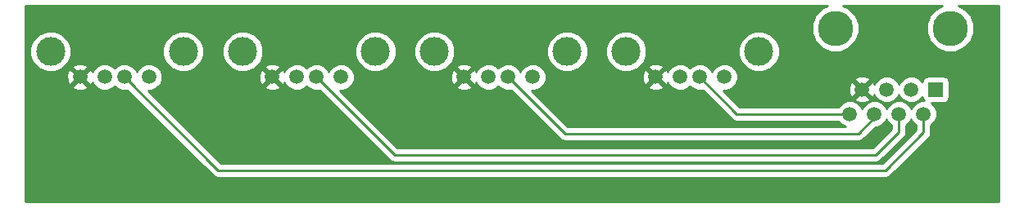
<source format=gbr>
G04 #@! TF.FileFunction,Copper,L1,Top,Signal*
%FSLAX46Y46*%
G04 Gerber Fmt 4.6, Leading zero omitted, Abs format (unit mm)*
G04 Created by KiCad (PCBNEW 4.0.7) date 12/08/18 15:09:25*
%MOMM*%
%LPD*%
G01*
G04 APERTURE LIST*
%ADD10C,0.100000*%
%ADD11C,1.500000*%
%ADD12C,3.000000*%
%ADD13C,3.650000*%
%ADD14R,1.500000X1.500000*%
%ADD15C,0.250000*%
%ADD16C,0.254000*%
G04 APERTURE END LIST*
D10*
D11*
X72549200Y-75524000D03*
X75089200Y-75524000D03*
X77119200Y-75524000D03*
X79659200Y-75524000D03*
D12*
X69499200Y-72854000D03*
X83219200Y-72854000D03*
D11*
X92412000Y-75524000D03*
X94952000Y-75524000D03*
X96982000Y-75524000D03*
X99522000Y-75524000D03*
D12*
X89362000Y-72854000D03*
X103082000Y-72854000D03*
D11*
X112224000Y-75524000D03*
X114764000Y-75524000D03*
X116794000Y-75524000D03*
X119334000Y-75524000D03*
D12*
X109174000Y-72854000D03*
X122894000Y-72854000D03*
D11*
X132036000Y-75524000D03*
X134576000Y-75524000D03*
X136606000Y-75524000D03*
X139146000Y-75524000D03*
D12*
X128986000Y-72854000D03*
X142706000Y-72854000D03*
D13*
X150620000Y-70450000D03*
X162490000Y-70450000D03*
D14*
X161000000Y-76800000D03*
D11*
X159730000Y-79340000D03*
X158460000Y-76800000D03*
X157190000Y-79340000D03*
X155920000Y-76800000D03*
X154650000Y-79340000D03*
X153380000Y-76800000D03*
X152110000Y-79340000D03*
D15*
X159730000Y-79340000D02*
X159730000Y-81270000D01*
X86795200Y-85200000D02*
X77119200Y-75524000D01*
X155800000Y-85200000D02*
X86795200Y-85200000D01*
X159730000Y-81270000D02*
X155800000Y-85200000D01*
X157190000Y-79340000D02*
X157190000Y-81210000D01*
X105058000Y-83600000D02*
X96982000Y-75524000D01*
X154800000Y-83600000D02*
X105058000Y-83600000D01*
X157190000Y-81210000D02*
X154800000Y-83600000D01*
X154650000Y-79340000D02*
X154650000Y-79750000D01*
X154650000Y-79750000D02*
X153000000Y-81400000D01*
X153000000Y-81400000D02*
X122670000Y-81400000D01*
X122670000Y-81400000D02*
X116794000Y-75524000D01*
X152110000Y-79340000D02*
X140422000Y-79340000D01*
X140422000Y-79340000D02*
X136606000Y-75524000D01*
D16*
G36*
X149228343Y-68363298D02*
X148535730Y-69054703D01*
X148160428Y-69958529D01*
X148159574Y-70937177D01*
X148533298Y-71841657D01*
X149224703Y-72534270D01*
X150128529Y-72909572D01*
X151107177Y-72910426D01*
X152011657Y-72536702D01*
X152704270Y-71845297D01*
X153079572Y-70941471D01*
X153080426Y-69962823D01*
X152706702Y-69058343D01*
X152015297Y-68365730D01*
X151440372Y-68127000D01*
X161670227Y-68127000D01*
X161098343Y-68363298D01*
X160405730Y-69054703D01*
X160030428Y-69958529D01*
X160029574Y-70937177D01*
X160403298Y-71841657D01*
X161094703Y-72534270D01*
X161998529Y-72909572D01*
X162977177Y-72910426D01*
X163881657Y-72536702D01*
X164574270Y-71845297D01*
X164949572Y-70941471D01*
X164950426Y-69962823D01*
X164576702Y-69058343D01*
X163885297Y-68365730D01*
X163310372Y-68127000D01*
X167473000Y-68127000D01*
X167473000Y-88473000D01*
X66927000Y-88473000D01*
X66927000Y-76495517D01*
X71757288Y-76495517D01*
X71825277Y-76736460D01*
X72344371Y-76921201D01*
X72894648Y-76893230D01*
X73273123Y-76736460D01*
X73341112Y-76495517D01*
X72549200Y-75703605D01*
X71757288Y-76495517D01*
X66927000Y-76495517D01*
X66927000Y-75319171D01*
X71151999Y-75319171D01*
X71179970Y-75869448D01*
X71336740Y-76247923D01*
X71577683Y-76315912D01*
X72369595Y-75524000D01*
X72728805Y-75524000D01*
X73520717Y-76315912D01*
X73761660Y-76247923D01*
X73820932Y-76081379D01*
X73914369Y-76307515D01*
X74303636Y-76697461D01*
X74812498Y-76908759D01*
X75363485Y-76909240D01*
X75872715Y-76698831D01*
X76104262Y-76467687D01*
X76333636Y-76697461D01*
X76842498Y-76908759D01*
X77393485Y-76909240D01*
X77419068Y-76898670D01*
X86257799Y-85737401D01*
X86504360Y-85902148D01*
X86552614Y-85911746D01*
X86795200Y-85960000D01*
X155800000Y-85960000D01*
X156090839Y-85902148D01*
X156337401Y-85737401D01*
X160267401Y-81807401D01*
X160432148Y-81560840D01*
X160490000Y-81270000D01*
X160490000Y-80524547D01*
X160513515Y-80514831D01*
X160903461Y-80125564D01*
X161114759Y-79616702D01*
X161115240Y-79065715D01*
X160904831Y-78556485D01*
X160546411Y-78197440D01*
X161750000Y-78197440D01*
X161985317Y-78153162D01*
X162201441Y-78014090D01*
X162346431Y-77801890D01*
X162397440Y-77550000D01*
X162397440Y-76050000D01*
X162353162Y-75814683D01*
X162214090Y-75598559D01*
X162001890Y-75453569D01*
X161750000Y-75402560D01*
X160250000Y-75402560D01*
X160014683Y-75446838D01*
X159798559Y-75585910D01*
X159653569Y-75798110D01*
X159613645Y-75995262D01*
X159245564Y-75626539D01*
X158736702Y-75415241D01*
X158185715Y-75414760D01*
X157676485Y-75625169D01*
X157286539Y-76014436D01*
X157190024Y-76246870D01*
X157094831Y-76016485D01*
X156705564Y-75626539D01*
X156196702Y-75415241D01*
X155645715Y-75414760D01*
X155136485Y-75625169D01*
X154746539Y-76014436D01*
X154656623Y-76230979D01*
X154592460Y-76076077D01*
X154351517Y-76008088D01*
X153559605Y-76800000D01*
X154351517Y-77591912D01*
X154592460Y-77523923D01*
X154651732Y-77357379D01*
X154745169Y-77583515D01*
X155134436Y-77973461D01*
X155643298Y-78184759D01*
X156194285Y-78185240D01*
X156703515Y-77974831D01*
X157093461Y-77585564D01*
X157189976Y-77353130D01*
X157285169Y-77583515D01*
X157674436Y-77973461D01*
X158183298Y-78184759D01*
X158734285Y-78185240D01*
X159243515Y-77974831D01*
X159613080Y-77605909D01*
X159646838Y-77785317D01*
X159756040Y-77955022D01*
X159455715Y-77954760D01*
X158946485Y-78165169D01*
X158556539Y-78554436D01*
X158460024Y-78786870D01*
X158364831Y-78556485D01*
X157975564Y-78166539D01*
X157466702Y-77955241D01*
X156915715Y-77954760D01*
X156406485Y-78165169D01*
X156016539Y-78554436D01*
X155920024Y-78786870D01*
X155824831Y-78556485D01*
X155435564Y-78166539D01*
X154926702Y-77955241D01*
X154375715Y-77954760D01*
X153866485Y-78165169D01*
X153476539Y-78554436D01*
X153380024Y-78786870D01*
X153284831Y-78556485D01*
X152895564Y-78166539D01*
X152386702Y-77955241D01*
X151835715Y-77954760D01*
X151326485Y-78165169D01*
X150936539Y-78554436D01*
X150925924Y-78580000D01*
X140736802Y-78580000D01*
X139928319Y-77771517D01*
X152588088Y-77771517D01*
X152656077Y-78012460D01*
X153175171Y-78197201D01*
X153725448Y-78169230D01*
X154103923Y-78012460D01*
X154171912Y-77771517D01*
X153380000Y-76979605D01*
X152588088Y-77771517D01*
X139928319Y-77771517D01*
X139065732Y-76908930D01*
X139420285Y-76909240D01*
X139929515Y-76698831D01*
X140033355Y-76595171D01*
X151982799Y-76595171D01*
X152010770Y-77145448D01*
X152167540Y-77523923D01*
X152408483Y-77591912D01*
X153200395Y-76800000D01*
X152408483Y-76008088D01*
X152167540Y-76076077D01*
X151982799Y-76595171D01*
X140033355Y-76595171D01*
X140319461Y-76309564D01*
X140519223Y-75828483D01*
X152588088Y-75828483D01*
X153380000Y-76620395D01*
X154171912Y-75828483D01*
X154103923Y-75587540D01*
X153584829Y-75402799D01*
X153034552Y-75430770D01*
X152656077Y-75587540D01*
X152588088Y-75828483D01*
X140519223Y-75828483D01*
X140530759Y-75800702D01*
X140531240Y-75249715D01*
X140320831Y-74740485D01*
X139931564Y-74350539D01*
X139422702Y-74139241D01*
X138871715Y-74138760D01*
X138362485Y-74349169D01*
X137972539Y-74738436D01*
X137876024Y-74970870D01*
X137780831Y-74740485D01*
X137391564Y-74350539D01*
X136882702Y-74139241D01*
X136331715Y-74138760D01*
X135822485Y-74349169D01*
X135590938Y-74580313D01*
X135361564Y-74350539D01*
X134852702Y-74139241D01*
X134301715Y-74138760D01*
X133792485Y-74349169D01*
X133402539Y-74738436D01*
X133312623Y-74954979D01*
X133248460Y-74800077D01*
X133007517Y-74732088D01*
X132215605Y-75524000D01*
X133007517Y-76315912D01*
X133248460Y-76247923D01*
X133307732Y-76081379D01*
X133401169Y-76307515D01*
X133790436Y-76697461D01*
X134299298Y-76908759D01*
X134850285Y-76909240D01*
X135359515Y-76698831D01*
X135591062Y-76467687D01*
X135820436Y-76697461D01*
X136329298Y-76908759D01*
X136880285Y-76909240D01*
X136905868Y-76898670D01*
X139884599Y-79877401D01*
X140131161Y-80042148D01*
X140422000Y-80100000D01*
X150925453Y-80100000D01*
X150935169Y-80123515D01*
X151324436Y-80513461D01*
X151629176Y-80640000D01*
X122984802Y-80640000D01*
X119253732Y-76908930D01*
X119608285Y-76909240D01*
X120117515Y-76698831D01*
X120321183Y-76495517D01*
X131244088Y-76495517D01*
X131312077Y-76736460D01*
X131831171Y-76921201D01*
X132381448Y-76893230D01*
X132759923Y-76736460D01*
X132827912Y-76495517D01*
X132036000Y-75703605D01*
X131244088Y-76495517D01*
X120321183Y-76495517D01*
X120507461Y-76309564D01*
X120718759Y-75800702D01*
X120719179Y-75319171D01*
X130638799Y-75319171D01*
X130666770Y-75869448D01*
X130823540Y-76247923D01*
X131064483Y-76315912D01*
X131856395Y-75524000D01*
X131064483Y-74732088D01*
X130823540Y-74800077D01*
X130638799Y-75319171D01*
X120719179Y-75319171D01*
X120719240Y-75249715D01*
X120508831Y-74740485D01*
X120119564Y-74350539D01*
X119610702Y-74139241D01*
X119059715Y-74138760D01*
X118550485Y-74349169D01*
X118160539Y-74738436D01*
X118064024Y-74970870D01*
X117968831Y-74740485D01*
X117579564Y-74350539D01*
X117070702Y-74139241D01*
X116519715Y-74138760D01*
X116010485Y-74349169D01*
X115778938Y-74580313D01*
X115549564Y-74350539D01*
X115040702Y-74139241D01*
X114489715Y-74138760D01*
X113980485Y-74349169D01*
X113590539Y-74738436D01*
X113500623Y-74954979D01*
X113436460Y-74800077D01*
X113195517Y-74732088D01*
X112403605Y-75524000D01*
X113195517Y-76315912D01*
X113436460Y-76247923D01*
X113495732Y-76081379D01*
X113589169Y-76307515D01*
X113978436Y-76697461D01*
X114487298Y-76908759D01*
X115038285Y-76909240D01*
X115547515Y-76698831D01*
X115779062Y-76467687D01*
X116008436Y-76697461D01*
X116517298Y-76908759D01*
X117068285Y-76909240D01*
X117093868Y-76898670D01*
X122132599Y-81937401D01*
X122379161Y-82102148D01*
X122670000Y-82160000D01*
X153000000Y-82160000D01*
X153290839Y-82102148D01*
X153537401Y-81937401D01*
X154749714Y-80725088D01*
X154924285Y-80725240D01*
X155433515Y-80514831D01*
X155823461Y-80125564D01*
X155919976Y-79893130D01*
X156015169Y-80123515D01*
X156404436Y-80513461D01*
X156430000Y-80524076D01*
X156430000Y-80895198D01*
X154485198Y-82840000D01*
X105372802Y-82840000D01*
X99441732Y-76908930D01*
X99796285Y-76909240D01*
X100305515Y-76698831D01*
X100509183Y-76495517D01*
X111432088Y-76495517D01*
X111500077Y-76736460D01*
X112019171Y-76921201D01*
X112569448Y-76893230D01*
X112947923Y-76736460D01*
X113015912Y-76495517D01*
X112224000Y-75703605D01*
X111432088Y-76495517D01*
X100509183Y-76495517D01*
X100695461Y-76309564D01*
X100906759Y-75800702D01*
X100907179Y-75319171D01*
X110826799Y-75319171D01*
X110854770Y-75869448D01*
X111011540Y-76247923D01*
X111252483Y-76315912D01*
X112044395Y-75524000D01*
X111252483Y-74732088D01*
X111011540Y-74800077D01*
X110826799Y-75319171D01*
X100907179Y-75319171D01*
X100907240Y-75249715D01*
X100696831Y-74740485D01*
X100307564Y-74350539D01*
X99798702Y-74139241D01*
X99247715Y-74138760D01*
X98738485Y-74349169D01*
X98348539Y-74738436D01*
X98252024Y-74970870D01*
X98156831Y-74740485D01*
X97767564Y-74350539D01*
X97258702Y-74139241D01*
X96707715Y-74138760D01*
X96198485Y-74349169D01*
X95966938Y-74580313D01*
X95737564Y-74350539D01*
X95228702Y-74139241D01*
X94677715Y-74138760D01*
X94168485Y-74349169D01*
X93778539Y-74738436D01*
X93688623Y-74954979D01*
X93624460Y-74800077D01*
X93383517Y-74732088D01*
X92591605Y-75524000D01*
X93383517Y-76315912D01*
X93624460Y-76247923D01*
X93683732Y-76081379D01*
X93777169Y-76307515D01*
X94166436Y-76697461D01*
X94675298Y-76908759D01*
X95226285Y-76909240D01*
X95735515Y-76698831D01*
X95967062Y-76467687D01*
X96196436Y-76697461D01*
X96705298Y-76908759D01*
X97256285Y-76909240D01*
X97281868Y-76898670D01*
X104520599Y-84137401D01*
X104767161Y-84302148D01*
X105058000Y-84360000D01*
X154800000Y-84360000D01*
X155090839Y-84302148D01*
X155337401Y-84137401D01*
X157727401Y-81747401D01*
X157892148Y-81500840D01*
X157912206Y-81400000D01*
X157950000Y-81210000D01*
X157950000Y-80524547D01*
X157973515Y-80514831D01*
X158363461Y-80125564D01*
X158459976Y-79893130D01*
X158555169Y-80123515D01*
X158944436Y-80513461D01*
X158970000Y-80524076D01*
X158970000Y-80955198D01*
X155485198Y-84440000D01*
X87110002Y-84440000D01*
X79578932Y-76908930D01*
X79933485Y-76909240D01*
X80442715Y-76698831D01*
X80646383Y-76495517D01*
X91620088Y-76495517D01*
X91688077Y-76736460D01*
X92207171Y-76921201D01*
X92757448Y-76893230D01*
X93135923Y-76736460D01*
X93203912Y-76495517D01*
X92412000Y-75703605D01*
X91620088Y-76495517D01*
X80646383Y-76495517D01*
X80832661Y-76309564D01*
X81043959Y-75800702D01*
X81044379Y-75319171D01*
X91014799Y-75319171D01*
X91042770Y-75869448D01*
X91199540Y-76247923D01*
X91440483Y-76315912D01*
X92232395Y-75524000D01*
X91440483Y-74732088D01*
X91199540Y-74800077D01*
X91014799Y-75319171D01*
X81044379Y-75319171D01*
X81044440Y-75249715D01*
X80834031Y-74740485D01*
X80444764Y-74350539D01*
X79935902Y-74139241D01*
X79384915Y-74138760D01*
X78875685Y-74349169D01*
X78485739Y-74738436D01*
X78389224Y-74970870D01*
X78294031Y-74740485D01*
X77904764Y-74350539D01*
X77395902Y-74139241D01*
X76844915Y-74138760D01*
X76335685Y-74349169D01*
X76104138Y-74580313D01*
X75874764Y-74350539D01*
X75365902Y-74139241D01*
X74814915Y-74138760D01*
X74305685Y-74349169D01*
X73915739Y-74738436D01*
X73825823Y-74954979D01*
X73761660Y-74800077D01*
X73520717Y-74732088D01*
X72728805Y-75524000D01*
X72369595Y-75524000D01*
X71577683Y-74732088D01*
X71336740Y-74800077D01*
X71151999Y-75319171D01*
X66927000Y-75319171D01*
X66927000Y-73276815D01*
X67363830Y-73276815D01*
X67688180Y-74061800D01*
X68288241Y-74662909D01*
X69072659Y-74988628D01*
X69922015Y-74989370D01*
X70707000Y-74665020D01*
X70819733Y-74552483D01*
X71757288Y-74552483D01*
X72549200Y-75344395D01*
X73341112Y-74552483D01*
X73273123Y-74311540D01*
X72754029Y-74126799D01*
X72203752Y-74154770D01*
X71825277Y-74311540D01*
X71757288Y-74552483D01*
X70819733Y-74552483D01*
X71308109Y-74064959D01*
X71633828Y-73280541D01*
X71633831Y-73276815D01*
X81083830Y-73276815D01*
X81408180Y-74061800D01*
X82008241Y-74662909D01*
X82792659Y-74988628D01*
X83642015Y-74989370D01*
X84427000Y-74665020D01*
X85028109Y-74064959D01*
X85353828Y-73280541D01*
X85353831Y-73276815D01*
X87226630Y-73276815D01*
X87550980Y-74061800D01*
X88151041Y-74662909D01*
X88935459Y-74988628D01*
X89784815Y-74989370D01*
X90569800Y-74665020D01*
X90682533Y-74552483D01*
X91620088Y-74552483D01*
X92412000Y-75344395D01*
X93203912Y-74552483D01*
X93135923Y-74311540D01*
X92616829Y-74126799D01*
X92066552Y-74154770D01*
X91688077Y-74311540D01*
X91620088Y-74552483D01*
X90682533Y-74552483D01*
X91170909Y-74064959D01*
X91496628Y-73280541D01*
X91496631Y-73276815D01*
X100946630Y-73276815D01*
X101270980Y-74061800D01*
X101871041Y-74662909D01*
X102655459Y-74988628D01*
X103504815Y-74989370D01*
X104289800Y-74665020D01*
X104890909Y-74064959D01*
X105216628Y-73280541D01*
X105216631Y-73276815D01*
X107038630Y-73276815D01*
X107362980Y-74061800D01*
X107963041Y-74662909D01*
X108747459Y-74988628D01*
X109596815Y-74989370D01*
X110381800Y-74665020D01*
X110494533Y-74552483D01*
X111432088Y-74552483D01*
X112224000Y-75344395D01*
X113015912Y-74552483D01*
X112947923Y-74311540D01*
X112428829Y-74126799D01*
X111878552Y-74154770D01*
X111500077Y-74311540D01*
X111432088Y-74552483D01*
X110494533Y-74552483D01*
X110982909Y-74064959D01*
X111308628Y-73280541D01*
X111308631Y-73276815D01*
X120758630Y-73276815D01*
X121082980Y-74061800D01*
X121683041Y-74662909D01*
X122467459Y-74988628D01*
X123316815Y-74989370D01*
X124101800Y-74665020D01*
X124702909Y-74064959D01*
X125028628Y-73280541D01*
X125028631Y-73276815D01*
X126850630Y-73276815D01*
X127174980Y-74061800D01*
X127775041Y-74662909D01*
X128559459Y-74988628D01*
X129408815Y-74989370D01*
X130193800Y-74665020D01*
X130306533Y-74552483D01*
X131244088Y-74552483D01*
X132036000Y-75344395D01*
X132827912Y-74552483D01*
X132759923Y-74311540D01*
X132240829Y-74126799D01*
X131690552Y-74154770D01*
X131312077Y-74311540D01*
X131244088Y-74552483D01*
X130306533Y-74552483D01*
X130794909Y-74064959D01*
X131120628Y-73280541D01*
X131120631Y-73276815D01*
X140570630Y-73276815D01*
X140894980Y-74061800D01*
X141495041Y-74662909D01*
X142279459Y-74988628D01*
X143128815Y-74989370D01*
X143913800Y-74665020D01*
X144514909Y-74064959D01*
X144840628Y-73280541D01*
X144841370Y-72431185D01*
X144517020Y-71646200D01*
X143916959Y-71045091D01*
X143132541Y-70719372D01*
X142283185Y-70718630D01*
X141498200Y-71042980D01*
X140897091Y-71643041D01*
X140571372Y-72427459D01*
X140570630Y-73276815D01*
X131120631Y-73276815D01*
X131121370Y-72431185D01*
X130797020Y-71646200D01*
X130196959Y-71045091D01*
X129412541Y-70719372D01*
X128563185Y-70718630D01*
X127778200Y-71042980D01*
X127177091Y-71643041D01*
X126851372Y-72427459D01*
X126850630Y-73276815D01*
X125028631Y-73276815D01*
X125029370Y-72431185D01*
X124705020Y-71646200D01*
X124104959Y-71045091D01*
X123320541Y-70719372D01*
X122471185Y-70718630D01*
X121686200Y-71042980D01*
X121085091Y-71643041D01*
X120759372Y-72427459D01*
X120758630Y-73276815D01*
X111308631Y-73276815D01*
X111309370Y-72431185D01*
X110985020Y-71646200D01*
X110384959Y-71045091D01*
X109600541Y-70719372D01*
X108751185Y-70718630D01*
X107966200Y-71042980D01*
X107365091Y-71643041D01*
X107039372Y-72427459D01*
X107038630Y-73276815D01*
X105216631Y-73276815D01*
X105217370Y-72431185D01*
X104893020Y-71646200D01*
X104292959Y-71045091D01*
X103508541Y-70719372D01*
X102659185Y-70718630D01*
X101874200Y-71042980D01*
X101273091Y-71643041D01*
X100947372Y-72427459D01*
X100946630Y-73276815D01*
X91496631Y-73276815D01*
X91497370Y-72431185D01*
X91173020Y-71646200D01*
X90572959Y-71045091D01*
X89788541Y-70719372D01*
X88939185Y-70718630D01*
X88154200Y-71042980D01*
X87553091Y-71643041D01*
X87227372Y-72427459D01*
X87226630Y-73276815D01*
X85353831Y-73276815D01*
X85354570Y-72431185D01*
X85030220Y-71646200D01*
X84430159Y-71045091D01*
X83645741Y-70719372D01*
X82796385Y-70718630D01*
X82011400Y-71042980D01*
X81410291Y-71643041D01*
X81084572Y-72427459D01*
X81083830Y-73276815D01*
X71633831Y-73276815D01*
X71634570Y-72431185D01*
X71310220Y-71646200D01*
X70710159Y-71045091D01*
X69925741Y-70719372D01*
X69076385Y-70718630D01*
X68291400Y-71042980D01*
X67690291Y-71643041D01*
X67364572Y-72427459D01*
X67363830Y-73276815D01*
X66927000Y-73276815D01*
X66927000Y-68127000D01*
X149800227Y-68127000D01*
X149228343Y-68363298D01*
X149228343Y-68363298D01*
G37*
X149228343Y-68363298D02*
X148535730Y-69054703D01*
X148160428Y-69958529D01*
X148159574Y-70937177D01*
X148533298Y-71841657D01*
X149224703Y-72534270D01*
X150128529Y-72909572D01*
X151107177Y-72910426D01*
X152011657Y-72536702D01*
X152704270Y-71845297D01*
X153079572Y-70941471D01*
X153080426Y-69962823D01*
X152706702Y-69058343D01*
X152015297Y-68365730D01*
X151440372Y-68127000D01*
X161670227Y-68127000D01*
X161098343Y-68363298D01*
X160405730Y-69054703D01*
X160030428Y-69958529D01*
X160029574Y-70937177D01*
X160403298Y-71841657D01*
X161094703Y-72534270D01*
X161998529Y-72909572D01*
X162977177Y-72910426D01*
X163881657Y-72536702D01*
X164574270Y-71845297D01*
X164949572Y-70941471D01*
X164950426Y-69962823D01*
X164576702Y-69058343D01*
X163885297Y-68365730D01*
X163310372Y-68127000D01*
X167473000Y-68127000D01*
X167473000Y-88473000D01*
X66927000Y-88473000D01*
X66927000Y-76495517D01*
X71757288Y-76495517D01*
X71825277Y-76736460D01*
X72344371Y-76921201D01*
X72894648Y-76893230D01*
X73273123Y-76736460D01*
X73341112Y-76495517D01*
X72549200Y-75703605D01*
X71757288Y-76495517D01*
X66927000Y-76495517D01*
X66927000Y-75319171D01*
X71151999Y-75319171D01*
X71179970Y-75869448D01*
X71336740Y-76247923D01*
X71577683Y-76315912D01*
X72369595Y-75524000D01*
X72728805Y-75524000D01*
X73520717Y-76315912D01*
X73761660Y-76247923D01*
X73820932Y-76081379D01*
X73914369Y-76307515D01*
X74303636Y-76697461D01*
X74812498Y-76908759D01*
X75363485Y-76909240D01*
X75872715Y-76698831D01*
X76104262Y-76467687D01*
X76333636Y-76697461D01*
X76842498Y-76908759D01*
X77393485Y-76909240D01*
X77419068Y-76898670D01*
X86257799Y-85737401D01*
X86504360Y-85902148D01*
X86552614Y-85911746D01*
X86795200Y-85960000D01*
X155800000Y-85960000D01*
X156090839Y-85902148D01*
X156337401Y-85737401D01*
X160267401Y-81807401D01*
X160432148Y-81560840D01*
X160490000Y-81270000D01*
X160490000Y-80524547D01*
X160513515Y-80514831D01*
X160903461Y-80125564D01*
X161114759Y-79616702D01*
X161115240Y-79065715D01*
X160904831Y-78556485D01*
X160546411Y-78197440D01*
X161750000Y-78197440D01*
X161985317Y-78153162D01*
X162201441Y-78014090D01*
X162346431Y-77801890D01*
X162397440Y-77550000D01*
X162397440Y-76050000D01*
X162353162Y-75814683D01*
X162214090Y-75598559D01*
X162001890Y-75453569D01*
X161750000Y-75402560D01*
X160250000Y-75402560D01*
X160014683Y-75446838D01*
X159798559Y-75585910D01*
X159653569Y-75798110D01*
X159613645Y-75995262D01*
X159245564Y-75626539D01*
X158736702Y-75415241D01*
X158185715Y-75414760D01*
X157676485Y-75625169D01*
X157286539Y-76014436D01*
X157190024Y-76246870D01*
X157094831Y-76016485D01*
X156705564Y-75626539D01*
X156196702Y-75415241D01*
X155645715Y-75414760D01*
X155136485Y-75625169D01*
X154746539Y-76014436D01*
X154656623Y-76230979D01*
X154592460Y-76076077D01*
X154351517Y-76008088D01*
X153559605Y-76800000D01*
X154351517Y-77591912D01*
X154592460Y-77523923D01*
X154651732Y-77357379D01*
X154745169Y-77583515D01*
X155134436Y-77973461D01*
X155643298Y-78184759D01*
X156194285Y-78185240D01*
X156703515Y-77974831D01*
X157093461Y-77585564D01*
X157189976Y-77353130D01*
X157285169Y-77583515D01*
X157674436Y-77973461D01*
X158183298Y-78184759D01*
X158734285Y-78185240D01*
X159243515Y-77974831D01*
X159613080Y-77605909D01*
X159646838Y-77785317D01*
X159756040Y-77955022D01*
X159455715Y-77954760D01*
X158946485Y-78165169D01*
X158556539Y-78554436D01*
X158460024Y-78786870D01*
X158364831Y-78556485D01*
X157975564Y-78166539D01*
X157466702Y-77955241D01*
X156915715Y-77954760D01*
X156406485Y-78165169D01*
X156016539Y-78554436D01*
X155920024Y-78786870D01*
X155824831Y-78556485D01*
X155435564Y-78166539D01*
X154926702Y-77955241D01*
X154375715Y-77954760D01*
X153866485Y-78165169D01*
X153476539Y-78554436D01*
X153380024Y-78786870D01*
X153284831Y-78556485D01*
X152895564Y-78166539D01*
X152386702Y-77955241D01*
X151835715Y-77954760D01*
X151326485Y-78165169D01*
X150936539Y-78554436D01*
X150925924Y-78580000D01*
X140736802Y-78580000D01*
X139928319Y-77771517D01*
X152588088Y-77771517D01*
X152656077Y-78012460D01*
X153175171Y-78197201D01*
X153725448Y-78169230D01*
X154103923Y-78012460D01*
X154171912Y-77771517D01*
X153380000Y-76979605D01*
X152588088Y-77771517D01*
X139928319Y-77771517D01*
X139065732Y-76908930D01*
X139420285Y-76909240D01*
X139929515Y-76698831D01*
X140033355Y-76595171D01*
X151982799Y-76595171D01*
X152010770Y-77145448D01*
X152167540Y-77523923D01*
X152408483Y-77591912D01*
X153200395Y-76800000D01*
X152408483Y-76008088D01*
X152167540Y-76076077D01*
X151982799Y-76595171D01*
X140033355Y-76595171D01*
X140319461Y-76309564D01*
X140519223Y-75828483D01*
X152588088Y-75828483D01*
X153380000Y-76620395D01*
X154171912Y-75828483D01*
X154103923Y-75587540D01*
X153584829Y-75402799D01*
X153034552Y-75430770D01*
X152656077Y-75587540D01*
X152588088Y-75828483D01*
X140519223Y-75828483D01*
X140530759Y-75800702D01*
X140531240Y-75249715D01*
X140320831Y-74740485D01*
X139931564Y-74350539D01*
X139422702Y-74139241D01*
X138871715Y-74138760D01*
X138362485Y-74349169D01*
X137972539Y-74738436D01*
X137876024Y-74970870D01*
X137780831Y-74740485D01*
X137391564Y-74350539D01*
X136882702Y-74139241D01*
X136331715Y-74138760D01*
X135822485Y-74349169D01*
X135590938Y-74580313D01*
X135361564Y-74350539D01*
X134852702Y-74139241D01*
X134301715Y-74138760D01*
X133792485Y-74349169D01*
X133402539Y-74738436D01*
X133312623Y-74954979D01*
X133248460Y-74800077D01*
X133007517Y-74732088D01*
X132215605Y-75524000D01*
X133007517Y-76315912D01*
X133248460Y-76247923D01*
X133307732Y-76081379D01*
X133401169Y-76307515D01*
X133790436Y-76697461D01*
X134299298Y-76908759D01*
X134850285Y-76909240D01*
X135359515Y-76698831D01*
X135591062Y-76467687D01*
X135820436Y-76697461D01*
X136329298Y-76908759D01*
X136880285Y-76909240D01*
X136905868Y-76898670D01*
X139884599Y-79877401D01*
X140131161Y-80042148D01*
X140422000Y-80100000D01*
X150925453Y-80100000D01*
X150935169Y-80123515D01*
X151324436Y-80513461D01*
X151629176Y-80640000D01*
X122984802Y-80640000D01*
X119253732Y-76908930D01*
X119608285Y-76909240D01*
X120117515Y-76698831D01*
X120321183Y-76495517D01*
X131244088Y-76495517D01*
X131312077Y-76736460D01*
X131831171Y-76921201D01*
X132381448Y-76893230D01*
X132759923Y-76736460D01*
X132827912Y-76495517D01*
X132036000Y-75703605D01*
X131244088Y-76495517D01*
X120321183Y-76495517D01*
X120507461Y-76309564D01*
X120718759Y-75800702D01*
X120719179Y-75319171D01*
X130638799Y-75319171D01*
X130666770Y-75869448D01*
X130823540Y-76247923D01*
X131064483Y-76315912D01*
X131856395Y-75524000D01*
X131064483Y-74732088D01*
X130823540Y-74800077D01*
X130638799Y-75319171D01*
X120719179Y-75319171D01*
X120719240Y-75249715D01*
X120508831Y-74740485D01*
X120119564Y-74350539D01*
X119610702Y-74139241D01*
X119059715Y-74138760D01*
X118550485Y-74349169D01*
X118160539Y-74738436D01*
X118064024Y-74970870D01*
X117968831Y-74740485D01*
X117579564Y-74350539D01*
X117070702Y-74139241D01*
X116519715Y-74138760D01*
X116010485Y-74349169D01*
X115778938Y-74580313D01*
X115549564Y-74350539D01*
X115040702Y-74139241D01*
X114489715Y-74138760D01*
X113980485Y-74349169D01*
X113590539Y-74738436D01*
X113500623Y-74954979D01*
X113436460Y-74800077D01*
X113195517Y-74732088D01*
X112403605Y-75524000D01*
X113195517Y-76315912D01*
X113436460Y-76247923D01*
X113495732Y-76081379D01*
X113589169Y-76307515D01*
X113978436Y-76697461D01*
X114487298Y-76908759D01*
X115038285Y-76909240D01*
X115547515Y-76698831D01*
X115779062Y-76467687D01*
X116008436Y-76697461D01*
X116517298Y-76908759D01*
X117068285Y-76909240D01*
X117093868Y-76898670D01*
X122132599Y-81937401D01*
X122379161Y-82102148D01*
X122670000Y-82160000D01*
X153000000Y-82160000D01*
X153290839Y-82102148D01*
X153537401Y-81937401D01*
X154749714Y-80725088D01*
X154924285Y-80725240D01*
X155433515Y-80514831D01*
X155823461Y-80125564D01*
X155919976Y-79893130D01*
X156015169Y-80123515D01*
X156404436Y-80513461D01*
X156430000Y-80524076D01*
X156430000Y-80895198D01*
X154485198Y-82840000D01*
X105372802Y-82840000D01*
X99441732Y-76908930D01*
X99796285Y-76909240D01*
X100305515Y-76698831D01*
X100509183Y-76495517D01*
X111432088Y-76495517D01*
X111500077Y-76736460D01*
X112019171Y-76921201D01*
X112569448Y-76893230D01*
X112947923Y-76736460D01*
X113015912Y-76495517D01*
X112224000Y-75703605D01*
X111432088Y-76495517D01*
X100509183Y-76495517D01*
X100695461Y-76309564D01*
X100906759Y-75800702D01*
X100907179Y-75319171D01*
X110826799Y-75319171D01*
X110854770Y-75869448D01*
X111011540Y-76247923D01*
X111252483Y-76315912D01*
X112044395Y-75524000D01*
X111252483Y-74732088D01*
X111011540Y-74800077D01*
X110826799Y-75319171D01*
X100907179Y-75319171D01*
X100907240Y-75249715D01*
X100696831Y-74740485D01*
X100307564Y-74350539D01*
X99798702Y-74139241D01*
X99247715Y-74138760D01*
X98738485Y-74349169D01*
X98348539Y-74738436D01*
X98252024Y-74970870D01*
X98156831Y-74740485D01*
X97767564Y-74350539D01*
X97258702Y-74139241D01*
X96707715Y-74138760D01*
X96198485Y-74349169D01*
X95966938Y-74580313D01*
X95737564Y-74350539D01*
X95228702Y-74139241D01*
X94677715Y-74138760D01*
X94168485Y-74349169D01*
X93778539Y-74738436D01*
X93688623Y-74954979D01*
X93624460Y-74800077D01*
X93383517Y-74732088D01*
X92591605Y-75524000D01*
X93383517Y-76315912D01*
X93624460Y-76247923D01*
X93683732Y-76081379D01*
X93777169Y-76307515D01*
X94166436Y-76697461D01*
X94675298Y-76908759D01*
X95226285Y-76909240D01*
X95735515Y-76698831D01*
X95967062Y-76467687D01*
X96196436Y-76697461D01*
X96705298Y-76908759D01*
X97256285Y-76909240D01*
X97281868Y-76898670D01*
X104520599Y-84137401D01*
X104767161Y-84302148D01*
X105058000Y-84360000D01*
X154800000Y-84360000D01*
X155090839Y-84302148D01*
X155337401Y-84137401D01*
X157727401Y-81747401D01*
X157892148Y-81500840D01*
X157912206Y-81400000D01*
X157950000Y-81210000D01*
X157950000Y-80524547D01*
X157973515Y-80514831D01*
X158363461Y-80125564D01*
X158459976Y-79893130D01*
X158555169Y-80123515D01*
X158944436Y-80513461D01*
X158970000Y-80524076D01*
X158970000Y-80955198D01*
X155485198Y-84440000D01*
X87110002Y-84440000D01*
X79578932Y-76908930D01*
X79933485Y-76909240D01*
X80442715Y-76698831D01*
X80646383Y-76495517D01*
X91620088Y-76495517D01*
X91688077Y-76736460D01*
X92207171Y-76921201D01*
X92757448Y-76893230D01*
X93135923Y-76736460D01*
X93203912Y-76495517D01*
X92412000Y-75703605D01*
X91620088Y-76495517D01*
X80646383Y-76495517D01*
X80832661Y-76309564D01*
X81043959Y-75800702D01*
X81044379Y-75319171D01*
X91014799Y-75319171D01*
X91042770Y-75869448D01*
X91199540Y-76247923D01*
X91440483Y-76315912D01*
X92232395Y-75524000D01*
X91440483Y-74732088D01*
X91199540Y-74800077D01*
X91014799Y-75319171D01*
X81044379Y-75319171D01*
X81044440Y-75249715D01*
X80834031Y-74740485D01*
X80444764Y-74350539D01*
X79935902Y-74139241D01*
X79384915Y-74138760D01*
X78875685Y-74349169D01*
X78485739Y-74738436D01*
X78389224Y-74970870D01*
X78294031Y-74740485D01*
X77904764Y-74350539D01*
X77395902Y-74139241D01*
X76844915Y-74138760D01*
X76335685Y-74349169D01*
X76104138Y-74580313D01*
X75874764Y-74350539D01*
X75365902Y-74139241D01*
X74814915Y-74138760D01*
X74305685Y-74349169D01*
X73915739Y-74738436D01*
X73825823Y-74954979D01*
X73761660Y-74800077D01*
X73520717Y-74732088D01*
X72728805Y-75524000D01*
X72369595Y-75524000D01*
X71577683Y-74732088D01*
X71336740Y-74800077D01*
X71151999Y-75319171D01*
X66927000Y-75319171D01*
X66927000Y-73276815D01*
X67363830Y-73276815D01*
X67688180Y-74061800D01*
X68288241Y-74662909D01*
X69072659Y-74988628D01*
X69922015Y-74989370D01*
X70707000Y-74665020D01*
X70819733Y-74552483D01*
X71757288Y-74552483D01*
X72549200Y-75344395D01*
X73341112Y-74552483D01*
X73273123Y-74311540D01*
X72754029Y-74126799D01*
X72203752Y-74154770D01*
X71825277Y-74311540D01*
X71757288Y-74552483D01*
X70819733Y-74552483D01*
X71308109Y-74064959D01*
X71633828Y-73280541D01*
X71633831Y-73276815D01*
X81083830Y-73276815D01*
X81408180Y-74061800D01*
X82008241Y-74662909D01*
X82792659Y-74988628D01*
X83642015Y-74989370D01*
X84427000Y-74665020D01*
X85028109Y-74064959D01*
X85353828Y-73280541D01*
X85353831Y-73276815D01*
X87226630Y-73276815D01*
X87550980Y-74061800D01*
X88151041Y-74662909D01*
X88935459Y-74988628D01*
X89784815Y-74989370D01*
X90569800Y-74665020D01*
X90682533Y-74552483D01*
X91620088Y-74552483D01*
X92412000Y-75344395D01*
X93203912Y-74552483D01*
X93135923Y-74311540D01*
X92616829Y-74126799D01*
X92066552Y-74154770D01*
X91688077Y-74311540D01*
X91620088Y-74552483D01*
X90682533Y-74552483D01*
X91170909Y-74064959D01*
X91496628Y-73280541D01*
X91496631Y-73276815D01*
X100946630Y-73276815D01*
X101270980Y-74061800D01*
X101871041Y-74662909D01*
X102655459Y-74988628D01*
X103504815Y-74989370D01*
X104289800Y-74665020D01*
X104890909Y-74064959D01*
X105216628Y-73280541D01*
X105216631Y-73276815D01*
X107038630Y-73276815D01*
X107362980Y-74061800D01*
X107963041Y-74662909D01*
X108747459Y-74988628D01*
X109596815Y-74989370D01*
X110381800Y-74665020D01*
X110494533Y-74552483D01*
X111432088Y-74552483D01*
X112224000Y-75344395D01*
X113015912Y-74552483D01*
X112947923Y-74311540D01*
X112428829Y-74126799D01*
X111878552Y-74154770D01*
X111500077Y-74311540D01*
X111432088Y-74552483D01*
X110494533Y-74552483D01*
X110982909Y-74064959D01*
X111308628Y-73280541D01*
X111308631Y-73276815D01*
X120758630Y-73276815D01*
X121082980Y-74061800D01*
X121683041Y-74662909D01*
X122467459Y-74988628D01*
X123316815Y-74989370D01*
X124101800Y-74665020D01*
X124702909Y-74064959D01*
X125028628Y-73280541D01*
X125028631Y-73276815D01*
X126850630Y-73276815D01*
X127174980Y-74061800D01*
X127775041Y-74662909D01*
X128559459Y-74988628D01*
X129408815Y-74989370D01*
X130193800Y-74665020D01*
X130306533Y-74552483D01*
X131244088Y-74552483D01*
X132036000Y-75344395D01*
X132827912Y-74552483D01*
X132759923Y-74311540D01*
X132240829Y-74126799D01*
X131690552Y-74154770D01*
X131312077Y-74311540D01*
X131244088Y-74552483D01*
X130306533Y-74552483D01*
X130794909Y-74064959D01*
X131120628Y-73280541D01*
X131120631Y-73276815D01*
X140570630Y-73276815D01*
X140894980Y-74061800D01*
X141495041Y-74662909D01*
X142279459Y-74988628D01*
X143128815Y-74989370D01*
X143913800Y-74665020D01*
X144514909Y-74064959D01*
X144840628Y-73280541D01*
X144841370Y-72431185D01*
X144517020Y-71646200D01*
X143916959Y-71045091D01*
X143132541Y-70719372D01*
X142283185Y-70718630D01*
X141498200Y-71042980D01*
X140897091Y-71643041D01*
X140571372Y-72427459D01*
X140570630Y-73276815D01*
X131120631Y-73276815D01*
X131121370Y-72431185D01*
X130797020Y-71646200D01*
X130196959Y-71045091D01*
X129412541Y-70719372D01*
X128563185Y-70718630D01*
X127778200Y-71042980D01*
X127177091Y-71643041D01*
X126851372Y-72427459D01*
X126850630Y-73276815D01*
X125028631Y-73276815D01*
X125029370Y-72431185D01*
X124705020Y-71646200D01*
X124104959Y-71045091D01*
X123320541Y-70719372D01*
X122471185Y-70718630D01*
X121686200Y-71042980D01*
X121085091Y-71643041D01*
X120759372Y-72427459D01*
X120758630Y-73276815D01*
X111308631Y-73276815D01*
X111309370Y-72431185D01*
X110985020Y-71646200D01*
X110384959Y-71045091D01*
X109600541Y-70719372D01*
X108751185Y-70718630D01*
X107966200Y-71042980D01*
X107365091Y-71643041D01*
X107039372Y-72427459D01*
X107038630Y-73276815D01*
X105216631Y-73276815D01*
X105217370Y-72431185D01*
X104893020Y-71646200D01*
X104292959Y-71045091D01*
X103508541Y-70719372D01*
X102659185Y-70718630D01*
X101874200Y-71042980D01*
X101273091Y-71643041D01*
X100947372Y-72427459D01*
X100946630Y-73276815D01*
X91496631Y-73276815D01*
X91497370Y-72431185D01*
X91173020Y-71646200D01*
X90572959Y-71045091D01*
X89788541Y-70719372D01*
X88939185Y-70718630D01*
X88154200Y-71042980D01*
X87553091Y-71643041D01*
X87227372Y-72427459D01*
X87226630Y-73276815D01*
X85353831Y-73276815D01*
X85354570Y-72431185D01*
X85030220Y-71646200D01*
X84430159Y-71045091D01*
X83645741Y-70719372D01*
X82796385Y-70718630D01*
X82011400Y-71042980D01*
X81410291Y-71643041D01*
X81084572Y-72427459D01*
X81083830Y-73276815D01*
X71633831Y-73276815D01*
X71634570Y-72431185D01*
X71310220Y-71646200D01*
X70710159Y-71045091D01*
X69925741Y-70719372D01*
X69076385Y-70718630D01*
X68291400Y-71042980D01*
X67690291Y-71643041D01*
X67364572Y-72427459D01*
X67363830Y-73276815D01*
X66927000Y-73276815D01*
X66927000Y-68127000D01*
X149800227Y-68127000D01*
X149228343Y-68363298D01*
M02*

</source>
